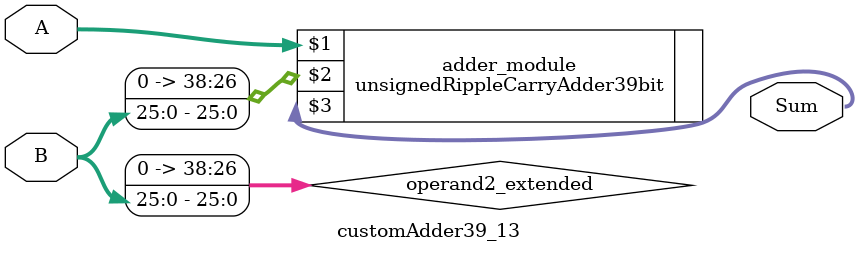
<source format=v>
module customAdder39_13(
                        input [38 : 0] A,
                        input [25 : 0] B,
                        
                        output [39 : 0] Sum
                );

        wire [38 : 0] operand2_extended;
        
        assign operand2_extended =  {13'b0, B};
        
        unsignedRippleCarryAdder39bit adder_module(
            A,
            operand2_extended,
            Sum
        );
        
        endmodule
        
</source>
